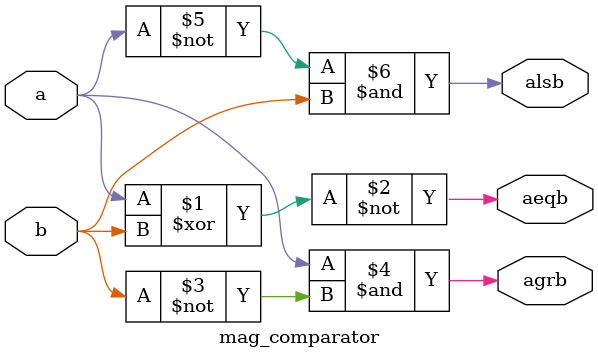
<source format=v>
module mag_comparator(a,b,aeqb,agrb,alsb);

input a,b;
output aeqb,agrb,alsb;

assign aeqb = ~( a ^ b ); 
assign agrb = a & (~b );
assign alsb = ~a & (b);

endmodule

</source>
